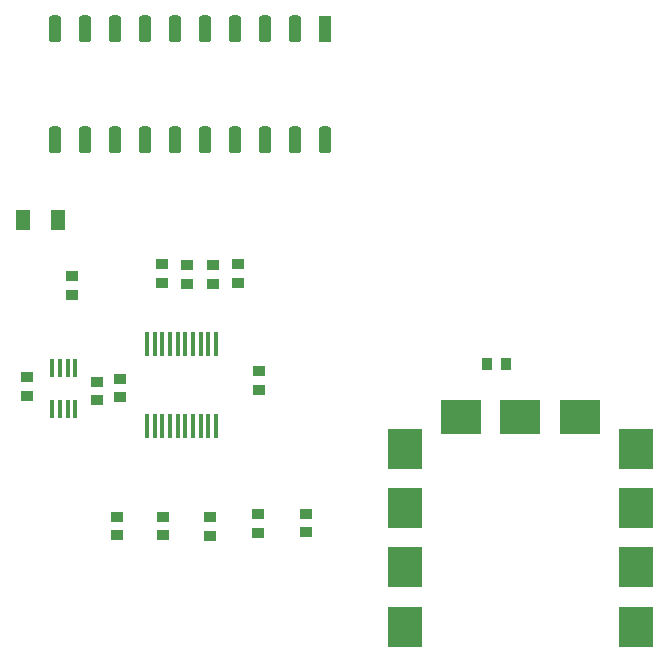
<source format=gbr>
%TF.GenerationSoftware,Altium Limited,Altium Designer,23.5.1 (21)*%
G04 Layer_Color=128*
%FSLAX45Y45*%
%MOMM*%
%TF.SameCoordinates,246B43F8-C8EE-452E-B3C0-F8779A116AF4*%
%TF.FilePolarity,Positive*%
%TF.FileFunction,Paste,Bot*%
%TF.Part,Single*%
G01*
G75*
%TA.AperFunction,SMDPad,CuDef*%
G04:AMPARAMS|DCode=16|XSize=2.286mm|YSize=1.016mm|CornerRadius=0.254mm|HoleSize=0mm|Usage=FLASHONLY|Rotation=90.000|XOffset=0mm|YOffset=0mm|HoleType=Round|Shape=RoundedRectangle|*
%AMROUNDEDRECTD16*
21,1,2.28600,0.50800,0,0,90.0*
21,1,1.77800,1.01600,0,0,90.0*
1,1,0.50800,0.25400,0.88900*
1,1,0.50800,0.25400,-0.88900*
1,1,0.50800,-0.25400,-0.88900*
1,1,0.50800,-0.25400,0.88900*
%
%ADD16ROUNDEDRECTD16*%
%ADD17R,1.01600X2.28600*%
%ADD18R,1.00000X0.90000*%
%ADD19R,0.40000X1.60000*%
G04:AMPARAMS|DCode=20|XSize=1.6mm|YSize=0.4mm|CornerRadius=0.1mm|HoleSize=0mm|Usage=FLASHONLY|Rotation=270.000|XOffset=0mm|YOffset=0mm|HoleType=Round|Shape=RoundedRectangle|*
%AMROUNDEDRECTD20*
21,1,1.60000,0.20000,0,0,270.0*
21,1,1.40000,0.40000,0,0,270.0*
1,1,0.20000,-0.10000,-0.70000*
1,1,0.20000,-0.10000,0.70000*
1,1,0.20000,0.10000,0.70000*
1,1,0.20000,0.10000,-0.70000*
%
%ADD20ROUNDEDRECTD20*%
%ADD21R,0.90000X1.00000*%
%ADD22R,1.15000X1.80000*%
%ADD23R,3.00000X3.50000*%
%ADD24R,3.50000X3.00000*%
%ADD25O,0.40000X2.10000*%
D16*
X533400Y5816600D02*
D03*
X787400D02*
D03*
X1041400D02*
D03*
X1295400D02*
D03*
X1549400D02*
D03*
X1803400D02*
D03*
X2057400D02*
D03*
X2311400D02*
D03*
X2565400D02*
D03*
X533400Y4876800D02*
D03*
X787400D02*
D03*
X1041400D02*
D03*
X1295400D02*
D03*
X1549400D02*
D03*
X1803400D02*
D03*
X2057400D02*
D03*
X2311400D02*
D03*
X2565400D02*
D03*
X2819400D02*
D03*
D17*
Y5816600D02*
D03*
D18*
X1054100Y1532900D02*
D03*
Y1692900D02*
D03*
X1447800Y1532900D02*
D03*
Y1692900D02*
D03*
X1841500Y1529100D02*
D03*
Y1689100D02*
D03*
X2247900Y1554500D02*
D03*
Y1714500D02*
D03*
X2654300Y1558300D02*
D03*
Y1718300D02*
D03*
X2260600Y2761000D02*
D03*
Y2921000D02*
D03*
X889000Y2675900D02*
D03*
Y2835900D02*
D03*
X1079500Y2701300D02*
D03*
Y2861300D02*
D03*
X292100Y2714000D02*
D03*
Y2874000D02*
D03*
X2082800Y3830300D02*
D03*
Y3670300D02*
D03*
X1866900Y3822700D02*
D03*
Y3662700D02*
D03*
X1651000Y3822700D02*
D03*
Y3662700D02*
D03*
X1435100Y3830300D02*
D03*
Y3670300D02*
D03*
X673100Y3728700D02*
D03*
Y3568700D02*
D03*
D19*
X508000Y2946400D02*
D03*
D20*
X573000D02*
D03*
X638000D02*
D03*
X703000D02*
D03*
X508000Y2606400D02*
D03*
X573000D02*
D03*
X638000D02*
D03*
X703000D02*
D03*
D21*
X4347200Y2984500D02*
D03*
X4187200D02*
D03*
D22*
X256400Y4203700D02*
D03*
X556400D02*
D03*
D23*
X3495400Y761300D02*
D03*
Y1261300D02*
D03*
Y1761300D02*
D03*
Y2261300D02*
D03*
X5445400Y761300D02*
D03*
Y1261300D02*
D03*
Y1761300D02*
D03*
Y2261300D02*
D03*
D24*
X3970400Y2536300D02*
D03*
X4470400D02*
D03*
X4970400D02*
D03*
D25*
X1307700Y3151700D02*
D03*
X1372700D02*
D03*
X1437700D02*
D03*
X1502700D02*
D03*
X1567700D02*
D03*
X1632700D02*
D03*
X1697700D02*
D03*
X1762700D02*
D03*
X1827700D02*
D03*
X1892700D02*
D03*
X1307700Y2461700D02*
D03*
X1372700D02*
D03*
X1437700D02*
D03*
X1502700D02*
D03*
X1567700D02*
D03*
X1632700D02*
D03*
X1697700D02*
D03*
X1762700D02*
D03*
X1827700D02*
D03*
X1892700D02*
D03*
%TF.MD5,6a7129011373ec18b0ab771165469c70*%
M02*

</source>
